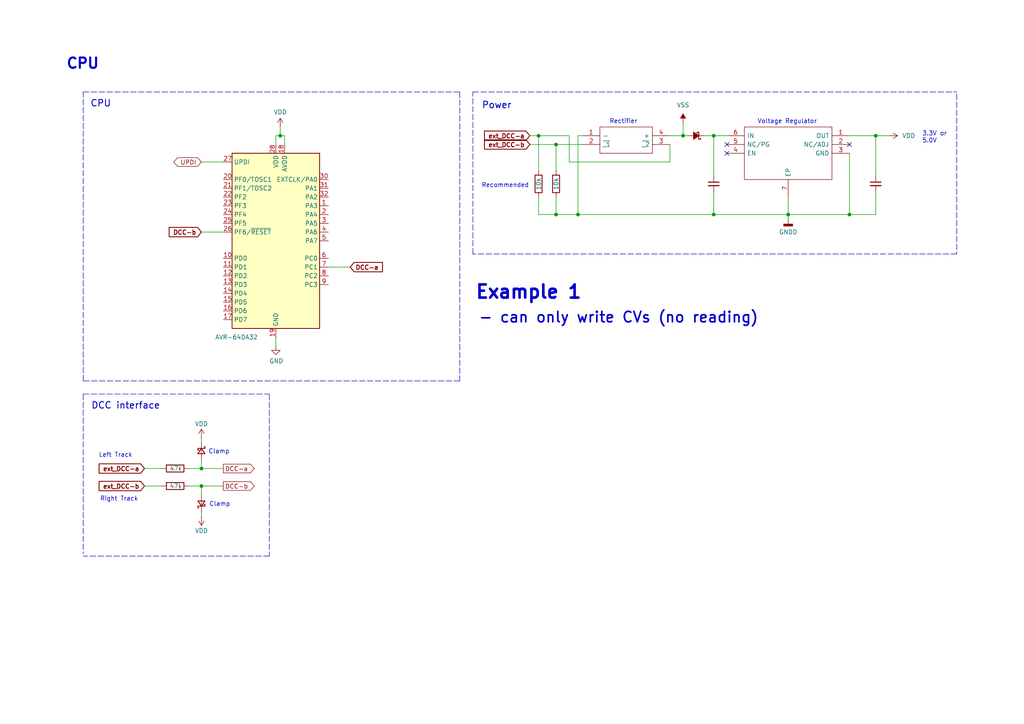
<source format=kicad_sch>
(kicad_sch (version 20250114) (generator "eeschema") (generator_version "9.0")
  (paper "A4")
  (title_block (title "RTB D97 FN Decoder Toolkit") (date "2025-11-22") (rev "0") (company "Frank Schumacher") (comment 1 "'naked' DCC decoder project") (comment 2 "D97.0") (comment 3 "Example 1: Very simple DCC decoder") (comment 4 "Licensed under the Apache License, Version 2"))
  (lib_symbols
    (symbol "Device:C_Small" (pin_numbers (hide yes)) (pin_names (offset 0.254) (hide yes))
      (property "Reference" "C" (at 0.254 1.778 0))
      (property "Value" "C_Small" (at 0.254 -2.032 0))
      (symbol "C_Small_0_1"
        (polyline (pts (xy -1.524 0.508) (xy 1.524 0.508)) (stroke (width 0.3048)))
        (polyline (pts (xy -1.524 -0.508) (xy 1.524 -0.508)) (stroke (width 0.3302)))
      )
      (symbol "C_Small_1_1"
        (pin passive line (at 0 2.54 270) (length 2.032) (name "~") (number "1"))
        (pin passive line (at 0 -2.54 90) (length 2.032) (name "~") (number "2"))
      )
    )
    (symbol "Device:D_Schottky_Small" (pin_numbers (hide yes)) (pin_names (offset 0.254) (hide yes))
      (property "Reference" "D" (at -1.27 2.032 0))
      (property "Value" "D_Schottky_Small" (at -7.112 -2.032 0))
      (symbol "D_Schottky_Small_0_1"
        (polyline (pts (xy -1.27 0.762) (xy -1.27 1.016) (xy -0.762 1.016) (xy -0.762 -1.016) (xy -0.254 -1.016) (xy -0.254 -0.762)) (stroke (width 0.254)))
        (polyline (pts (xy -0.762 0) (xy 0.762 0)))
        (polyline (pts (xy 0.762 -1.016) (xy -0.762 0) (xy 0.762 1.016) (xy 0.762 -1.016)) (stroke (width 0.254)))
      )
      (symbol "D_Schottky_Small_1_1"
        (pin passive line (at -2.54 0 0) (length 1.778) (name "K") (number "1"))
        (pin passive line (at 2.54 0 180) (length 1.778) (name "A") (number "2"))
      )
    )
    (symbol "Device:D_Schottky_Small_Filled" (pin_numbers (hide yes)) (pin_names (offset 0.254) (hide yes))
      (property "Reference" "D" (at -1.27 2.032 0))
      (property "Value" "D_Schottky_Small_Filled" (at -7.112 -2.032 0))
      (symbol "D_Schottky_Small_Filled_0_1"
        (polyline (pts (xy -1.27 0.762) (xy -1.27 1.016) (xy -0.762 1.016) (xy -0.762 -1.016) (xy -0.254 -1.016) (xy -0.254 -0.762)) (stroke (width 0.254)))
        (polyline (pts (xy -0.762 0) (xy 0.762 0)))
        (polyline (pts (xy 0.762 -1.016) (xy -0.762 0) (xy 0.762 1.016) (xy 0.762 -1.016)) (stroke (width 0.254)) (fill (type outline)))
      )
      (symbol "D_Schottky_Small_Filled_1_1"
        (pin passive line (at -2.54 0 0) (length 1.778) (name "K") (number "1"))
        (pin passive line (at 2.54 0 180) (length 1.778) (name "A") (number "2"))
      )
    )
    (symbol "Device:R" (pin_numbers (hide yes)) (pin_names (offset 0))
      (property "Reference" "R" (at 2.032 0 90))
      (property "Value" "R" (at 0 0 90))
      (symbol "R_0_1"
        (rectangle (start -1.016 -2.54) (end 1.016 2.54) (stroke (width 0.254)))
      )
      (symbol "R_1_1"
        (pin passive line (at 0 3.81 270) (length 1.27) (name "~") (number "1"))
        (pin passive line (at 0 -3.81 90) (length 1.27) (name "~") (number "2"))
      )
    )
    (symbol "MCU_Microchip_ATmega:ATmega4808-M"
      (property "Reference" "U" (at -12.7 26.67 0))
      (property "Value" "ATmega4808-M" (at 2.54 -26.67 0))
      (symbol "ATmega4808-M_0_1"
        (rectangle (start -12.7 -25.4) (end 12.7 25.4) (stroke (width 0.254)) (fill (type background)))
      )
      (symbol "ATmega4808-M_1_1"
        (pin bidirectional line (at -15.24 22.86 0) (length 2.54) (name "UPDI") (number "27"))
        (pin bidirectional line (at -15.24 17.78 0) (length 2.54) (name "PF0/TOSC1") (number "20"))
        (pin bidirectional line (at -15.24 15.24 0) (length 2.54) (name "PF1/TOSC2") (number "21"))
        (pin bidirectional line (at -15.24 12.7 0) (length 2.54) (name "PF2") (number "22"))
        (pin bidirectional line (at -15.24 10.16 0) (length 2.54) (name "PF3") (number "23"))
        (pin bidirectional line (at -15.24 7.62 0) (length 2.54) (name "PF4") (number "24"))
        (pin bidirectional line (at -15.24 5.08 0) (length 2.54) (name "PF5") (number "25"))
        (pin bidirectional line (at -15.24 2.54 0) (length 2.54) (name "PF6/~{RESET}") (number "26"))
        (pin bidirectional line (at -15.24 -5.08 0) (length 2.54) (name "PD0") (number "10"))
        (pin bidirectional line (at -15.24 -7.62 0) (length 2.54) (name "PD1") (number "11"))
        (pin bidirectional line (at -15.24 -10.16 0) (length 2.54) (name "PD2") (number "12"))
        (pin bidirectional line (at -15.24 -12.7 0) (length 2.54) (name "PD3") (number "13"))
        (pin bidirectional line (at -15.24 -15.24 0) (length 2.54) (name "PD4") (number "14"))
        (pin bidirectional line (at -15.24 -17.78 0) (length 2.54) (name "PD5") (number "15"))
        (pin bidirectional line (at -15.24 -20.32 0) (length 2.54) (name "PD6") (number "16"))
        (pin bidirectional line (at -15.24 -22.86 0) (length 2.54) (name "PD7") (number "17"))
        (pin power_in line (at 0 27.94 270) (length 2.54) (name "VDD") (number "28"))
        (pin power_in line (at 0 -27.94 90) (length 2.54) (name "GND") (number "19"))
        (pin passive line (at 0 -27.94 90) (length 2.54) (hide yes) (name "GND") (number "29"))
        (pin passive line (at 0 -27.94 90) (length 2.54) (hide yes) (name "GND") (number "33"))
        (pin power_in line (at 2.54 27.94 270) (length 2.54) (name "AVDD") (number "18"))
        (pin bidirectional line (at 15.24 17.78 180) (length 2.54) (name "EXTCLK/PA0") (number "30"))
        (pin bidirectional line (at 15.24 15.24 180) (length 2.54) (name "PA1") (number "31"))
        (pin bidirectional line (at 15.24 12.7 180) (length 2.54) (name "PA2") (number "32"))
        (pin bidirectional line (at 15.24 10.16 180) (length 2.54) (name "PA3") (number "1"))
        (pin bidirectional line (at 15.24 7.62 180) (length 2.54) (name "PA4") (number "2"))
        (pin bidirectional line (at 15.24 5.08 180) (length 2.54) (name "PA5") (number "3"))
        (pin bidirectional line (at 15.24 2.54 180) (length 2.54) (name "PA6") (number "4"))
        (pin bidirectional line (at 15.24 0 180) (length 2.54) (name "PA7") (number "5"))
        (pin bidirectional line (at 15.24 -5.08 180) (length 2.54) (name "PC0") (number "6"))
        (pin bidirectional line (at 15.24 -7.62 180) (length 2.54) (name "PC1") (number "7"))
        (pin bidirectional line (at 15.24 -10.16 180) (length 2.54) (name "PC2") (number "8"))
        (pin bidirectional line (at 15.24 -12.7 180) (length 2.54) (name "PC3") (number "9"))
      )
    )
    (symbol "RTB:BAS3007ARPPE6327HTSA1" (pin_names (offset 0.762))
      (property "Reference" "D" (at 21.59 7.62 0))
      (property "Value" "BAS3007ARPPE6327HTSA1" (at 21.59 5.08 0))
      (symbol "BAS3007ARPPE6327HTSA1_0_0"
        (pin passive line (at 0 0 0) (length 5.08) (name "-") (number "1"))
        (pin passive line (at 0 -2.54 0) (length 5.08) (name "~{_1}") (number "2"))
        (pin passive line (at 25.4 0 180) (length 5.08) (name "+") (number "4"))
        (pin passive line (at 25.4 -2.54 180) (length 5.08) (name "~{_2}") (number "3"))
      )
      (symbol "BAS3007ARPPE6327HTSA1_0_1"
        (polyline (pts (xy 5.08 2.54) (xy 20.32 2.54) (xy 20.32 -5.08) (xy 5.08 -5.08) (xy 5.08 2.54)) (stroke (width 0.1524)))
      )
    )
    (symbol "RTB:NCP730BMT330TBG" (pin_names (offset 0.762))
      (property "Reference" "IC" (at 31.75 7.62 0))
      (property "Value" "NCP730BMT330TBG" (at 31.75 5.08 0))
      (symbol "NCP730BMT330TBG_0_0"
        (pin passive line (at 0 0 0) (length 5.08) (name "OUT") (number "1"))
        (pin passive line (at 0 -2.54 0) (length 5.08) (name "NC/ADJ") (number "2"))
        (pin passive line (at 0 -5.08 0) (length 5.08) (name "GND") (number "3"))
        (pin passive line (at 17.78 -17.78 90) (length 5.08) (name "EP") (number "7"))
        (pin passive line (at 35.56 0 180) (length 5.08) (name "IN") (number "6"))
        (pin passive line (at 35.56 -2.54 180) (length 5.08) (name "NC/PG") (number "5"))
        (pin passive line (at 35.56 -5.08 180) (length 5.08) (name "EN") (number "4"))
      )
      (symbol "NCP730BMT330TBG_0_1"
        (polyline (pts (xy 5.08 2.54) (xy 30.48 2.54) (xy 30.48 -12.7) (xy 5.08 -12.7) (xy 5.08 2.54)) (stroke (width 0.1524)))
      )
    )
    (symbol "power:GND" (power) (pin_numbers (hide yes)) (pin_names (offset 0) (hide yes))
      (property "Value" "GND" (at 0 -3.81 0))
      (symbol "GND_0_1"
        (polyline (pts (xy 0 0) (xy 0 -1.27) (xy 1.27 -1.27) (xy 0 -2.54) (xy -1.27 -1.27) (xy 0 -1.27)))
      )
      (symbol "GND_1_1"
        (pin power_in line (at 0 0 270) (length 0) (name "~") (number "1"))
      )
    )
    (symbol "power:GNDD" (power) (pin_numbers (hide yes)) (pin_names (offset 0) (hide yes))
      (property "Value" "GNDD" (at 0 -3.175 0))
      (symbol "GNDD_0_1"
        (rectangle (start -1.27 -1.524) (end 1.27 -2.032) (stroke (width 0.254)) (fill (type outline)))
        (polyline (pts (xy 0 0) (xy 0 -1.524)))
      )
      (symbol "GNDD_1_1"
        (pin power_in line (at 0 0 270) (length 0) (name "~") (number "1"))
      )
    )
    (symbol "power:VDD" (power) (pin_numbers (hide yes)) (pin_names (offset 0) (hide yes))
      (property "Value" "VDD" (at 0 3.556 0))
      (symbol "VDD_0_1"
        (polyline (pts (xy -0.762 1.27) (xy 0 2.54)))
        (polyline (pts (xy 0 2.54) (xy 0.762 1.27)))
        (polyline (pts (xy 0 0) (xy 0 2.54)))
      )
      (symbol "VDD_1_1"
        (pin power_in line (at 0 0 90) (length 0) (name "~") (number "1"))
      )
    )
    (symbol "power:VSS" (power) (pin_numbers (hide yes)) (pin_names (offset 0) (hide yes))
      (property "Value" "VSS" (at 0 3.556 0))
      (symbol "VSS_0_1"
        (polyline (pts (xy 0 0) (xy 0 2.54)))
        (polyline (pts (xy 0.762 1.27) (xy -0.762 1.27) (xy 0 2.54) (xy 0.762 1.27)) (fill (type outline)))
      )
      (symbol "VSS_1_1"
        (pin power_in line (at 0 0 90) (length 0) (name "~") (number "1"))
      )
    )
  )
  (text "CPU" (at 26.162 31.242 0) (effects (font (size 1.905 1.905) (thickness 0.254) (bold yes)) (justify left bottom)))
  (text "Rectifier" (at 180.848 35.306 0) (effects (font (size 1.27 1.27))))
  (text "3.3V or\n5.0V" (at 267.462 39.878 0) (effects (font (size 1.27 1.27)) (justify left)))
  (text "Power" (at 139.7 31.75 0) (effects (font (size 1.905 1.905) (thickness 0.254) (bold yes)) (justify left bottom)))
  (text "- can only write CVs (no reading)" (at 138.684 92.202 0) (effects (font (size 3.048 3.048) (thickness 0.4763)) (justify left)))
  (text "Clamp" (at 60.452 131.064 0) (effects (font (size 1.27 1.27)) (justify left)))
  (text "Voltage Regulator" (at 228.346 35.306 0) (effects (font (size 1.27 1.27))))
  (text "Right Track" (at 34.544 144.78 0) (effects (font (size 1.27 1.27))))
  (text "DCC interface" (at 26.416 118.872 0) (effects (font (size 1.905 1.905) (thickness 0.254) (bold yes)) (justify left bottom)))
  (text "Left Track" (at 33.528 132.08 0) (effects (font (size 1.27 1.27))))
  (text "Recommended" (at 146.558 53.848 0) (effects (font (size 1.27 1.27))))
  (text "CPU" (at 19.05 20.32 0) (effects (font (size 2.9972 2.9972) (thickness 0.5994) (bold yes)) (justify left bottom)))
  (text "Example 1" (at 137.668 84.836 0) (effects (font (size 3.81 3.81) (thickness 0.762) (bold yes)) (justify left)))
  (text "Clamp" (at 66.802 146.304 0) (effects (font (size 1.27 1.27)) (justify right)))
  (junction (at 254 39.37))
  (junction (at 207.01 62.23))
  (junction (at 246.38 62.23))
  (junction (at 161.29 41.91))
  (junction (at 58.42 140.97))
  (junction (at 156.21 39.37))
  (junction (at 161.29 62.23))
  (junction (at 58.42 135.89))
  (junction (at 228.6 62.23))
  (junction (at 207.01 39.37))
  (junction (at 198.12 39.37))
  (junction (at 167.64 62.23))
  (junction (at 81.28 39.37))
  (no_connect (at 246.38 41.91))
  (no_connect (at 210.82 41.91))
  (no_connect (at 210.82 44.45))
  (wire (pts (xy 58.42 133.35) (xy 58.42 135.89)))
  (wire (pts (xy 228.6 57.15) (xy 228.6 62.23)))
  (wire (pts (xy 207.01 39.37) (xy 210.82 39.37)))
  (wire (pts (xy 80.01 39.37) (xy 80.01 41.91)))
  (wire (pts (xy 41.91 135.89) (xy 46.99 135.89)))
  (wire (pts (xy 207.01 62.23) (xy 228.6 62.23)))
  (wire (pts (xy 198.12 35.56) (xy 198.12 39.37)))
  (wire (pts (xy 161.29 57.15) (xy 161.29 62.23)))
  (wire (pts (xy 165.1 39.37) (xy 156.21 39.37)))
  (polyline (pts (xy 277.495 73.66) (xy 137.16 73.66)) (stroke (width 0) (type dash)))
  (wire (pts (xy 167.64 39.37) (xy 167.64 62.23)))
  (wire (pts (xy 58.42 127) (xy 58.42 128.27)))
  (wire (pts (xy 194.31 46.99) (xy 165.1 46.99)))
  (wire (pts (xy 58.42 135.89) (xy 64.77 135.89)))
  (wire (pts (xy 198.12 39.37) (xy 199.39 39.37)))
  (polyline (pts (xy 24.13 26.67) (xy 133.35 26.67)) (stroke (width 0) (type dash)))
  (wire (pts (xy 81.28 36.83) (xy 81.28 39.37)))
  (polyline (pts (xy 78.105 114.3) (xy 78.105 161.29)) (stroke (width 0) (type dash)))
  (wire (pts (xy 58.42 149.86) (xy 58.42 148.59)))
  (wire (pts (xy 156.21 57.15) (xy 156.21 62.23)))
  (wire (pts (xy 58.42 143.51) (xy 58.42 140.97)))
  (wire (pts (xy 246.38 39.37) (xy 254 39.37)))
  (polyline (pts (xy 133.35 110.49) (xy 24.13 110.49)) (stroke (width 0) (type dash)))
  (wire (pts (xy 207.01 62.23) (xy 207.01 55.88)))
  (wire (pts (xy 58.42 67.31) (xy 64.77 67.31)))
  (wire (pts (xy 207.01 50.8) (xy 207.01 39.37)))
  (wire (pts (xy 161.29 62.23) (xy 167.64 62.23)))
  (wire (pts (xy 254 55.88) (xy 254 62.23)))
  (wire (pts (xy 80.01 97.79) (xy 80.01 100.33)))
  (wire (pts (xy 165.1 46.99) (xy 165.1 39.37)))
  (wire (pts (xy 58.42 46.99) (xy 64.77 46.99)))
  (wire (pts (xy 95.25 77.47) (xy 101.6 77.47)))
  (wire (pts (xy 153.67 41.91) (xy 161.29 41.91)))
  (wire (pts (xy 228.6 63.5) (xy 228.6 62.23)))
  (polyline (pts (xy 137.16 73.66) (xy 137.16 26.67)) (stroke (width 0) (type dash)))
  (wire (pts (xy 254 39.37) (xy 254 50.8)))
  (wire (pts (xy 161.29 41.91) (xy 161.29 49.53)))
  (wire (pts (xy 156.21 39.37) (xy 153.67 39.37)))
  (wire (pts (xy 194.31 39.37) (xy 198.12 39.37)))
  (polyline (pts (xy 277.495 27.305) (xy 277.495 73.66)) (stroke (width 0) (type dash)))
  (wire (pts (xy 54.61 140.97) (xy 58.42 140.97)))
  (wire (pts (xy 156.21 49.53) (xy 156.21 39.37)))
  (wire (pts (xy 82.55 39.37) (xy 82.55 41.91)))
  (wire (pts (xy 246.38 44.45) (xy 246.38 62.23)))
  (wire (pts (xy 204.47 39.37) (xy 207.01 39.37)))
  (polyline (pts (xy 24.13 114.3) (xy 78.105 114.3)) (stroke (width 0) (type dash)))
  (polyline (pts (xy 133.35 26.67) (xy 133.35 110.49)) (stroke (width 0) (type dash)))
  (wire (pts (xy 168.91 39.37) (xy 167.64 39.37)))
  (polyline (pts (xy 24.13 114.3) (xy 24.13 160.655)) (stroke (width 0) (type dash)))
  (polyline (pts (xy 137.16 26.67) (xy 277.495 26.67)) (stroke (width 0) (type dash)))
  (polyline (pts (xy 24.13 110.49) (xy 24.13 26.67)) (stroke (width 0) (type dash)))
  (wire (pts (xy 58.42 140.97) (xy 64.77 140.97)))
  (wire (pts (xy 246.38 62.23) (xy 228.6 62.23)))
  (wire (pts (xy 156.21 62.23) (xy 161.29 62.23)))
  (wire (pts (xy 246.38 62.23) (xy 254 62.23)))
  (wire (pts (xy 254 39.37) (xy 257.81 39.37)))
  (wire (pts (xy 81.28 39.37) (xy 82.55 39.37)))
  (polyline (pts (xy 78.105 161.29) (xy 24.13 161.29)) (stroke (width 0) (type dash)))
  (wire (pts (xy 41.91 140.97) (xy 46.99 140.97)))
  (wire (pts (xy 161.29 41.91) (xy 168.91 41.91)))
  (wire (pts (xy 80.01 39.37) (xy 81.28 39.37)))
  (wire (pts (xy 54.61 135.89) (xy 58.42 135.89)))
  (wire (pts (xy 167.64 62.23) (xy 207.01 62.23)))
  (wire (pts (xy 194.31 41.91) (xy 194.31 46.99)))
  (global_label "DCC-b" (shape input) (at 58.42 67.31 180) (effects (font (thickness 0.254) (bold yes))) (property "Intersheetrefs" "${INTERSHEET_REFS}" (effects (hide yes))))
  (global_label "UPDI" (shape bidirectional) (at 58.42 46.99 180) (property "Intersheetrefs" "${INTERSHEET_REFS}" (effects (hide yes))))
  (global_label "DCC-a" (shape output) (at 64.77 135.89 0) (property "Intersheetrefs" "${INTERSHEET_REFS}" (effects (hide yes))))
  (global_label "ext_DCC-a" (shape input) (at 41.91 135.89 180) (effects (font (thickness 0.254) (bold yes))) (property "Intersheetrefs" "${INTERSHEET_REFS}" (effects (hide yes))))
  (global_label "ext_DCC-b" (shape input) (at 41.91 140.97 180) (effects (font (thickness 0.254) (bold yes))) (property "Intersheetrefs" "${INTERSHEET_REFS}" (effects (hide yes))))
  (global_label "ext_DCC-b" (shape input) (at 153.67 41.91 180) (effects (font (thickness 0.254) (bold yes))) (property "Intersheetrefs" "${INTERSHEET_REFS}" (effects (hide yes))))
  (global_label "DCC-a" (shape input) (at 101.6 77.47 0) (effects (font (thickness 0.254) (bold yes))) (property "Intersheetrefs" "${INTERSHEET_REFS}" (effects (hide yes))))
  (global_label "ext_DCC-a" (shape input) (at 153.67 39.37 180) (effects (font (thickness 0.254) (bold yes))) (property "Intersheetrefs" "${INTERSHEET_REFS}" (effects (hide yes))))
  (global_label "DCC-b" (shape output) (at 64.77 140.97 0) (property "Intersheetrefs" "${INTERSHEET_REFS}" (effects (hide yes))))
  (symbol (lib_id "MCU_Microchip_ATmega:ATmega4808-M") (at 80.01 69.85 0) (unit 1)
    (property "Reference" "U1" (effects (hide yes)))
    (property "Value" "AVR-64DA32" (at 68.58 97.79 0))
    (property "Footprint" "Package_DFN_QFN:VQFN-32-1EP_5x5mm_P0.5mm_EP3.1x3.1mm" (effects (hide yes)))
    (property "Datasheet" "http://ww1.microchip.com/downloads/en/DeviceDoc/40002016A.pdf" (effects (hide yes)))
  )
  (symbol (lib_id "power:GND") (at 80.01 100.33 0) (unit 1)
    (property "Reference" "#PWR0110" (effects (hide yes)))
    (property "Value" "GND" (at 80.137 104.7242 0))
  )
  (symbol (lib_id "Device:C_Small") (at 207.01 53.34 0) (unit 1)
    (property "Reference" "C7" (effects (hide yes)))
    (property "Value" "22u/25V" (effects (hide yes)))
    (property "Footprint" "Capacitor_SMD:C_0805_2012Metric" (effects (hide yes)))
  )
  (symbol (lib_id "RTB:NCP730BMT330TBG") (at 246.38 39.37 0) (mirror y) (unit 1)
    (property "Reference" "IC2" (effects (hide yes)))
    (property "Value" "NCP730BMT330TBG" (effects (hide yes)))
    (property "Footprint" "Package_SON:WSON-6-1EP_2x2mm_P0.65mm_EP1x1.6mm_ThermalVias" (effects (hide yes)))
    (property "Datasheet" "https://www.mouser.de/datasheet/2/308/NCP730-D-1760032.pdf" (effects (hide yes)))
    (property "Description" "LDO Regulator Pos 3.3V 0.15A 6-Pin WDFN EP T/R" (effects (hide yes)))
  )
  (symbol (lib_id "Device:R") (at 161.29 53.34 180) (unit 1)
    (property "Reference" "R20" (effects (hide yes)))
    (property "Value" "10k" (at 161.29 53.34 90))
    (property "Footprint" "Resistor_SMD:R_0402_1005Metric" (effects (hide yes)))
  )
  (symbol (lib_id "Device:R") (at 156.21 53.34 180) (unit 1)
    (property "Reference" "R19" (effects (hide yes)))
    (property "Value" "10k" (at 156.21 53.34 90))
    (property "Footprint" "Resistor_SMD:R_0402_1005Metric" (effects (hide yes)))
  )
  (symbol (lib_id "Device:C_Small") (at 254 53.34 0) (unit 1)
    (property "Reference" "C3" (effects (hide yes)))
    (property "Value" "22u/4V" (effects (hide yes)))
    (property "Footprint" "Capacitor_SMD:C_0402_1005Metric" (effects (hide yes)))
  )
  (symbol (lib_id "RTB:BAS3007ARPPE6327HTSA1") (at 168.91 39.37 0) (unit 1)
    (property "Reference" "D3" (effects (hide yes)))
    (property "Value" "BAS3007ARPPE6327HTSA1" (effects (hide yes)))
    (property "Footprint" "BF998215" (effects (hide yes)))
    (property "Datasheet" "https://www.mouser.co.uk/datasheet/2/196/Infineon-BAS3007ASERIES-DS-v01_01-en-1225497.pdf" (effects (hide yes)))
    (property "Description" "Infineon BAS3007ARPPE6327HTSA1 SMT Schottky Diode, 30V 900mA, 4-Pin SOT-143" (effects (hide yes)))
  )
  (symbol (lib_id "power:VDD") (at 58.42 127 0) (unit 1)
    (property "Reference" "#PWR029" (effects (hide yes)))
    (property "Value" "VDD" (at 58.42 122.936 0))
    (property "Description" "Power symbol creates a global label with name \"VDD\"" (effects (hide yes)))
  )
  (symbol (lib_id "power:VDD") (at 81.28 36.83 0) (unit 1)
    (property "Reference" "#PWR01" (effects (hide yes)))
    (property "Value" "VDD" (at 81.28 32.512 0))
    (property "Description" "Power symbol creates a global label with name \"VDD\"" (effects (hide yes)))
  )
  (symbol (lib_id "Device:R") (at 50.8 135.89 90) (unit 1)
    (property "Reference" "R3" (effects (hide yes)))
    (property "Value" "47k" (at 52.832 135.89 90) (effects (justify left)))
    (property "Footprint" "Resistor_SMD:R_0402_1005Metric" (effects (hide yes)))
  )
  (symbol (lib_id "Device:D_Schottky_Small") (at 58.42 130.81 270) (unit 1)
    (property "Reference" "D6" (effects (hide yes)))
    (property "Value" "D_Schottky_Small" (effects (hide yes)))
    (property "Description" "Schottky diode, small symbol" (effects (hide yes)))
  )
  (symbol (lib_id "Device:D_Schottky_Small_Filled") (at 201.93 39.37 180) (unit 1)
    (property "Reference" "D1" (effects (hide yes)))
    (property "Value" "D_Schottky_Small_Filled" (effects (hide yes)))
    (property "Description" "Schottky diode, small symbol, filled shape" (effects (hide yes)))
  )
  (symbol (lib_id "power:VDD") (at 58.42 149.86 180) (unit 1)
    (property "Reference" "#PWR031" (effects (hide yes)))
    (property "Value" "VDD" (at 58.42 153.924 0))
    (property "Description" "Power symbol creates a global label with name \"VDD\"" (effects (hide yes)))
  )
  (symbol (lib_id "power:VDD") (at 257.81 39.37 270) (unit 1)
    (property "Reference" "#PWR013" (effects (hide yes)))
    (property "Value" "VDD" (at 261.62 39.3699 90) (effects (justify left)))
    (property "Description" "Power symbol creates a global label with name \"VDD\"" (effects (hide yes)))
  )
  (symbol (lib_id "power:VSS") (at 198.12 35.56 0) (unit 1)
    (property "Reference" "#PWR06" (effects (hide yes)))
    (property "Value" "VSS" (at 198.12 30.48 0))
    (property "Description" "Power symbol creates a global label with name \"VSS\"" (effects (hide yes)))
  )
  (symbol (lib_id "Device:D_Schottky_Small") (at 58.42 146.05 90) (unit 1)
    (property "Reference" "D7" (effects (hide yes)))
    (property "Value" "D_Schottky_Small" (effects (hide yes)))
    (property "Description" "Schottky diode, small symbol" (effects (hide yes)))
  )
  (symbol (lib_id "Device:R") (at 50.8 140.97 90) (unit 1)
    (property "Reference" "R15" (effects (hide yes)))
    (property "Value" "47k" (at 52.832 140.97 90) (effects (justify left)))
    (property "Footprint" "Resistor_SMD:R_0402_1005Metric" (effects (hide yes)))
  )
  (symbol (lib_id "power:GNDD") (at 228.6 63.5 0) (unit 1)
    (property "Reference" "#PWR014" (effects (hide yes)))
    (property "Value" "GNDD" (at 228.6 67.31 0))
    (property "Description" "Power symbol creates a global label with name \"GNDD\" , digital ground" (effects (hide yes)))
  )
)
</source>
